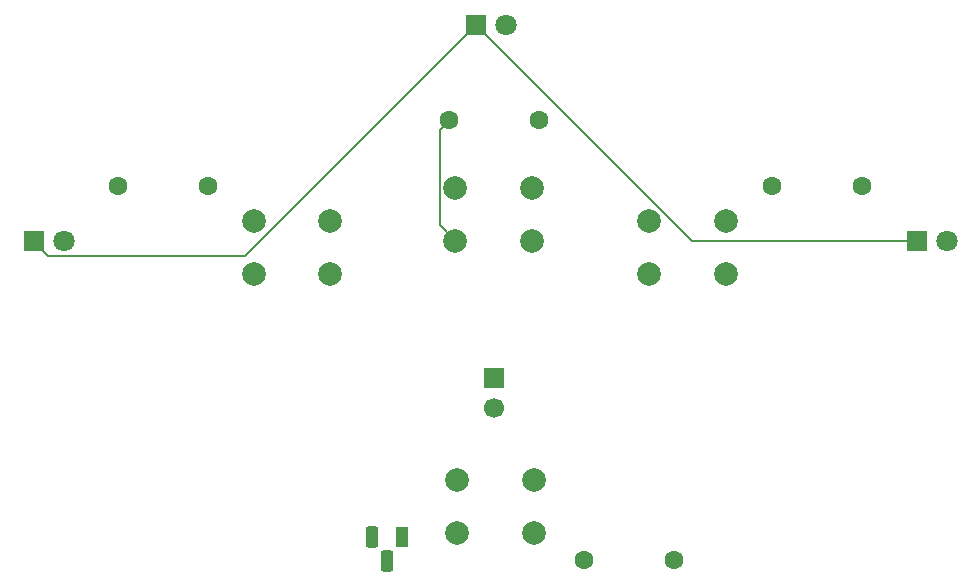
<source format=gbl>
G04 #@! TF.GenerationSoftware,KiCad,Pcbnew,9.0.2*
G04 #@! TF.CreationDate,2025-07-01T12:20:16+05:30*
G04 #@! TF.ProjectId,solder,736f6c64-6572-42e6-9b69-6361645f7063,rev?*
G04 #@! TF.SameCoordinates,Original*
G04 #@! TF.FileFunction,Copper,L2,Bot*
G04 #@! TF.FilePolarity,Positive*
%FSLAX46Y46*%
G04 Gerber Fmt 4.6, Leading zero omitted, Abs format (unit mm)*
G04 Created by KiCad (PCBNEW 9.0.2) date 2025-07-01 12:20:16*
%MOMM*%
%LPD*%
G01*
G04 APERTURE LIST*
G04 Aperture macros list*
%AMRoundRect*
0 Rectangle with rounded corners*
0 $1 Rounding radius*
0 $2 $3 $4 $5 $6 $7 $8 $9 X,Y pos of 4 corners*
0 Add a 4 corners polygon primitive as box body*
4,1,4,$2,$3,$4,$5,$6,$7,$8,$9,$2,$3,0*
0 Add four circle primitives for the rounded corners*
1,1,$1+$1,$2,$3*
1,1,$1+$1,$4,$5*
1,1,$1+$1,$6,$7*
1,1,$1+$1,$8,$9*
0 Add four rect primitives between the rounded corners*
20,1,$1+$1,$2,$3,$4,$5,0*
20,1,$1+$1,$4,$5,$6,$7,0*
20,1,$1+$1,$6,$7,$8,$9,0*
20,1,$1+$1,$8,$9,$2,$3,0*%
G04 Aperture macros list end*
G04 #@! TA.AperFunction,ComponentPad*
%ADD10R,1.700000X1.700000*%
G04 #@! TD*
G04 #@! TA.AperFunction,ComponentPad*
%ADD11C,1.700000*%
G04 #@! TD*
G04 #@! TA.AperFunction,ComponentPad*
%ADD12C,2.000000*%
G04 #@! TD*
G04 #@! TA.AperFunction,ComponentPad*
%ADD13C,1.600000*%
G04 #@! TD*
G04 #@! TA.AperFunction,ComponentPad*
%ADD14C,1.800000*%
G04 #@! TD*
G04 #@! TA.AperFunction,ComponentPad*
%ADD15R,1.800000X1.800000*%
G04 #@! TD*
G04 #@! TA.AperFunction,ComponentPad*
%ADD16RoundRect,0.275000X0.275000X0.625000X-0.275000X0.625000X-0.275000X-0.625000X0.275000X-0.625000X0*%
G04 #@! TD*
G04 #@! TA.AperFunction,ComponentPad*
%ADD17R,1.100000X1.800000*%
G04 #@! TD*
G04 #@! TA.AperFunction,Conductor*
%ADD18C,0.200000*%
G04 #@! TD*
G04 APERTURE END LIST*
D10*
G04 #@! TO.P,M1,1,+*
G04 #@! TO.N,Net-(BT1-+)*
X90890000Y-103090000D03*
D11*
G04 #@! TO.P,M1,2,-*
G04 #@! TO.N,Net-(M1--)*
X90890000Y-105630000D03*
G04 #@! TD*
D12*
G04 #@! TO.P,SW2,1,1*
G04 #@! TO.N,Net-(BT1-+)*
X87600000Y-87000000D03*
X94100000Y-87000000D03*
G04 #@! TO.P,SW2,2,2*
G04 #@! TO.N,Net-(R2-Pad1)*
X87600000Y-91500000D03*
X94100000Y-91500000D03*
G04 #@! TD*
D13*
G04 #@! TO.P,R2,1*
G04 #@! TO.N,Net-(R2-Pad1)*
X87090000Y-81300000D03*
G04 #@! TO.P,R2,2*
G04 #@! TO.N,Net-(D2-A)*
X94710000Y-81300000D03*
G04 #@! TD*
D14*
G04 #@! TO.P,D1,2,A*
G04 #@! TO.N,Net-(D1-A)*
X54470000Y-91550000D03*
D15*
G04 #@! TO.P,D1,1,K*
G04 #@! TO.N,Net-(BT1--)*
X51930000Y-91550000D03*
G04 #@! TD*
D12*
G04 #@! TO.P,SW1,2,2*
G04 #@! TO.N,Net-(R1-Pad1)*
X77020000Y-94300000D03*
X70520000Y-94300000D03*
G04 #@! TO.P,SW1,1,1*
G04 #@! TO.N,Net-(BT1-+)*
X77020000Y-89800000D03*
X70520000Y-89800000D03*
G04 #@! TD*
D13*
G04 #@! TO.P,R4,2*
G04 #@! TO.N,Net-(R4-Pad2)*
X98530000Y-118500000D03*
G04 #@! TO.P,R4,1*
G04 #@! TO.N,Net-(Q1-B)*
X106150000Y-118500000D03*
G04 #@! TD*
G04 #@! TO.P,R3,1*
G04 #@! TO.N,Net-(R3-Pad1)*
X114420000Y-86840000D03*
G04 #@! TO.P,R3,2*
G04 #@! TO.N,Net-(D3-A)*
X122040000Y-86840000D03*
G04 #@! TD*
G04 #@! TO.P,R1,2*
G04 #@! TO.N,Net-(D1-A)*
X59060000Y-86850000D03*
G04 #@! TO.P,R1,1*
G04 #@! TO.N,Net-(R1-Pad1)*
X66680000Y-86850000D03*
G04 #@! TD*
D14*
G04 #@! TO.P,D3,2,A*
G04 #@! TO.N,Net-(D3-A)*
X129205000Y-91540000D03*
D15*
G04 #@! TO.P,D3,1,K*
G04 #@! TO.N,Net-(BT1--)*
X126665000Y-91540000D03*
G04 #@! TD*
D14*
G04 #@! TO.P,D2,2,A*
G04 #@! TO.N,Net-(D2-A)*
X91865000Y-73200000D03*
D15*
G04 #@! TO.P,D2,1,K*
G04 #@! TO.N,Net-(BT1--)*
X89325000Y-73200000D03*
G04 #@! TD*
D12*
G04 #@! TO.P,SW4,2,2*
G04 #@! TO.N,Net-(R4-Pad2)*
X94280000Y-116250000D03*
X87780000Y-116250000D03*
G04 #@! TO.P,SW4,1,1*
G04 #@! TO.N,Net-(BT1-+)*
X94280000Y-111750000D03*
X87780000Y-111750000D03*
G04 #@! TD*
G04 #@! TO.P,SW3,2,2*
G04 #@! TO.N,Net-(R3-Pad1)*
X110540000Y-94340000D03*
X104040000Y-94340000D03*
G04 #@! TO.P,SW3,1,1*
G04 #@! TO.N,Net-(BT1-+)*
X110540000Y-89840000D03*
X104040000Y-89840000D03*
G04 #@! TD*
D16*
G04 #@! TO.P,Q1,3,E*
G04 #@! TO.N,Net-(BT1--)*
X80510000Y-116580000D03*
G04 #@! TO.P,Q1,2,B*
G04 #@! TO.N,Net-(Q1-B)*
X81780000Y-118650000D03*
D17*
G04 #@! TO.P,Q1,1,C*
G04 #@! TO.N,Net-(M1--)*
X83050000Y-116580000D03*
G04 #@! TD*
D18*
G04 #@! TO.N,Net-(BT1--)*
X89325000Y-73200000D02*
X107665000Y-91540000D01*
X107665000Y-91540000D02*
X126665000Y-91540000D01*
X89325000Y-73200000D02*
X69774000Y-92751000D01*
X69774000Y-92751000D02*
X53131000Y-92751000D01*
X53131000Y-92751000D02*
X51930000Y-91550000D01*
G04 #@! TO.N,Net-(R2-Pad1)*
X87090000Y-81300000D02*
X86290001Y-82099999D01*
X86290001Y-82099999D02*
X86290001Y-90190001D01*
X86290001Y-90190001D02*
X87600000Y-91500000D01*
G04 #@! TD*
M02*

</source>
